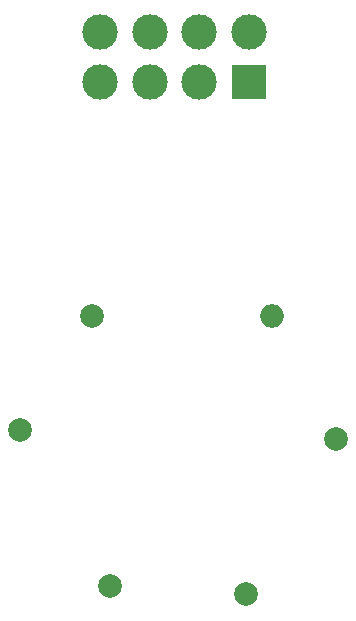
<source format=gbr>
%TF.GenerationSoftware,KiCad,Pcbnew,7.0.1*%
%TF.CreationDate,2023-09-20T08:02:12-03:00*%
%TF.ProjectId,Circuito interno Maxon 30W v4,43697263-7569-4746-9f20-696e7465726e,rev?*%
%TF.SameCoordinates,Original*%
%TF.FileFunction,Copper,L2,Bot*%
%TF.FilePolarity,Positive*%
%FSLAX46Y46*%
G04 Gerber Fmt 4.6, Leading zero omitted, Abs format (unit mm)*
G04 Created by KiCad (PCBNEW 7.0.1) date 2023-09-20 08:02:12*
%MOMM*%
%LPD*%
G01*
G04 APERTURE LIST*
G04 Aperture macros list*
%AMHorizOval*
0 Thick line with rounded ends*
0 $1 width*
0 $2 $3 position (X,Y) of the first rounded end (center of the circle)*
0 $4 $5 position (X,Y) of the second rounded end (center of the circle)*
0 Add line between two ends*
20,1,$1,$2,$3,$4,$5,0*
0 Add two circle primitives to create the rounded ends*
1,1,$1,$2,$3*
1,1,$1,$4,$5*%
G04 Aperture macros list end*
%TA.AperFunction,ComponentPad*%
%ADD10C,2.000000*%
%TD*%
%TA.AperFunction,ComponentPad*%
%ADD11HorizOval,2.000000X0.000000X0.000000X0.000000X0.000000X0*%
%TD*%
%TA.AperFunction,ComponentPad*%
%ADD12HorizOval,2.000000X0.000000X0.000000X0.000000X0.000000X0*%
%TD*%
%TA.AperFunction,ComponentPad*%
%ADD13O,2.000000X2.000000*%
%TD*%
%TA.AperFunction,ComponentPad*%
%ADD14R,3.000000X3.000000*%
%TD*%
%TA.AperFunction,ComponentPad*%
%ADD15C,3.000000*%
%TD*%
G04 APERTURE END LIST*
D10*
%TO.P,L2,1,1*%
%TO.N,MOTOR1_2*%
X128462500Y-109096557D03*
D11*
%TO.P,L2,2,2*%
%TO.N,Net-(L1-Pad2)*%
X120842500Y-122294784D03*
%TD*%
D10*
%TO.P,L3,1,1*%
%TO.N,MOTOR1_3*%
X109362500Y-121593444D03*
D12*
%TO.P,L3,2,2*%
%TO.N,Net-(L1-Pad2)*%
X101742500Y-108395217D03*
%TD*%
D10*
%TO.P,L1,1,1*%
%TO.N,MOTOR1_1*%
X107800000Y-98730000D03*
D13*
%TO.P,L1,2,2*%
%TO.N,Net-(L1-Pad2)*%
X123040000Y-98730000D03*
%TD*%
D14*
%TO.P,MOTOR1,1,1*%
%TO.N,HALL1_M1*%
X121100000Y-78900000D03*
D15*
%TO.P,MOTOR1,2,2*%
%TO.N,HALL2_M1*%
X116900000Y-78900000D03*
%TO.P,MOTOR1,3,3*%
%TO.N,5V*%
X112700000Y-78900000D03*
%TO.P,MOTOR1,4,4*%
%TO.N,MOTOR1_3*%
X108500000Y-78900000D03*
%TO.P,MOTOR1,5,5*%
%TO.N,HALL3_M1*%
X121100000Y-74700000D03*
%TO.P,MOTOR1,6,6*%
%TO.N,GND*%
X116900000Y-74700000D03*
%TO.P,MOTOR1,7,7*%
%TO.N,MOTOR1_1*%
X112700000Y-74700000D03*
%TO.P,MOTOR1,8,8*%
%TO.N,MOTOR1_2*%
X108500000Y-74700000D03*
%TD*%
M02*

</source>
